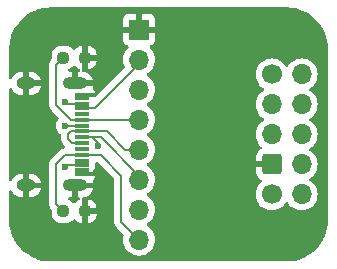
<source format=gbr>
%TF.GenerationSoftware,KiCad,Pcbnew,8.0.0-8.0.0-1~ubuntu22.04.1*%
%TF.CreationDate,2024-02-29T22:18:46-05:00*%
%TF.ProjectId,ezUSB,657a5553-422e-46b6-9963-61645f706362,rev?*%
%TF.SameCoordinates,Original*%
%TF.FileFunction,Copper,L1,Top*%
%TF.FilePolarity,Positive*%
%FSLAX46Y46*%
G04 Gerber Fmt 4.6, Leading zero omitted, Abs format (unit mm)*
G04 Created by KiCad (PCBNEW 8.0.0-8.0.0-1~ubuntu22.04.1) date 2024-02-29 22:18:46*
%MOMM*%
%LPD*%
G01*
G04 APERTURE LIST*
G04 Aperture macros list*
%AMRoundRect*
0 Rectangle with rounded corners*
0 $1 Rounding radius*
0 $2 $3 $4 $5 $6 $7 $8 $9 X,Y pos of 4 corners*
0 Add a 4 corners polygon primitive as box body*
4,1,4,$2,$3,$4,$5,$6,$7,$8,$9,$2,$3,0*
0 Add four circle primitives for the rounded corners*
1,1,$1+$1,$2,$3*
1,1,$1+$1,$4,$5*
1,1,$1+$1,$6,$7*
1,1,$1+$1,$8,$9*
0 Add four rect primitives between the rounded corners*
20,1,$1+$1,$2,$3,$4,$5,0*
20,1,$1+$1,$4,$5,$6,$7,0*
20,1,$1+$1,$6,$7,$8,$9,0*
20,1,$1+$1,$8,$9,$2,$3,0*%
G04 Aperture macros list end*
%TA.AperFunction,ComponentPad*%
%ADD10R,1.700000X1.700000*%
%TD*%
%TA.AperFunction,ComponentPad*%
%ADD11O,1.700000X1.700000*%
%TD*%
%TA.AperFunction,SMDPad,CuDef*%
%ADD12RoundRect,0.237500X-0.250000X-0.237500X0.250000X-0.237500X0.250000X0.237500X-0.250000X0.237500X0*%
%TD*%
%TA.AperFunction,SMDPad,CuDef*%
%ADD13R,1.150000X0.300000*%
%TD*%
%TA.AperFunction,ComponentPad*%
%ADD14O,2.100000X1.000000*%
%TD*%
%TA.AperFunction,ComponentPad*%
%ADD15O,1.600000X1.000000*%
%TD*%
%TA.AperFunction,ComponentPad*%
%ADD16C,1.700000*%
%TD*%
%TA.AperFunction,ComponentPad*%
%ADD17RoundRect,0.250000X-0.600000X-0.600000X0.600000X-0.600000X0.600000X0.600000X-0.600000X0.600000X0*%
%TD*%
%TA.AperFunction,ViaPad*%
%ADD18C,0.600000*%
%TD*%
%TA.AperFunction,Conductor*%
%ADD19C,0.200000*%
%TD*%
G04 APERTURE END LIST*
D10*
%TO.P,J4,1,Pin_1*%
%TO.N,GND*%
X73000000Y-76625000D03*
D11*
%TO.P,J4,2,Pin_2*%
%TO.N,Vcc*%
X73000000Y-79165000D03*
%TO.P,J4,3,Pin_3*%
%TO.N,unconnected-(J4-Pin_3-Pad3)*%
X73000000Y-81705000D03*
%TO.P,J4,4,Pin_4*%
%TO.N,CC1*%
X73000000Y-84245000D03*
%TO.P,J4,5,Pin_5*%
%TO.N,D-*%
X73000000Y-86785000D03*
%TO.P,J4,6,Pin_6*%
%TO.N,D+*%
X73000000Y-89325000D03*
%TO.P,J4,7,Pin_7*%
%TO.N,unconnected-(J4-Pin_7-Pad7)*%
X73000000Y-91865000D03*
%TO.P,J4,8,Pin_8*%
%TO.N,CC2*%
X73000000Y-94405000D03*
%TD*%
D12*
%TO.P,R2,1*%
%TO.N,CC2*%
X66587500Y-92000000D03*
%TO.P,R2,2*%
%TO.N,GND*%
X68412500Y-92000000D03*
%TD*%
D13*
%TO.P,J2,A1,GND*%
%TO.N,GND*%
X68170000Y-82150000D03*
%TO.P,J2,A4,VBUS*%
%TO.N,Vcc*%
X68170000Y-82950000D03*
%TO.P,J2,A5,CC1*%
%TO.N,CC1*%
X68170000Y-84250000D03*
%TO.P,J2,A6,D+*%
%TO.N,D-*%
X68170000Y-85250000D03*
%TO.P,J2,A7,D-*%
%TO.N,D+*%
X68170000Y-85750000D03*
%TO.P,J2,A8,SBU1*%
%TO.N,unconnected-(J2-SBU1-PadA8)*%
X68170000Y-86750000D03*
%TO.P,J2,A9,VBUS*%
%TO.N,Vcc*%
X68170000Y-88050000D03*
%TO.P,J2,A12,GND*%
%TO.N,GND*%
X68170000Y-88850000D03*
%TO.P,J2,B1,GND*%
X68170000Y-88550000D03*
%TO.P,J2,B4,VBUS*%
%TO.N,Vcc*%
X68170000Y-87750000D03*
%TO.P,J2,B5,CC2*%
%TO.N,CC2*%
X68170000Y-87250000D03*
%TO.P,J2,B6,D+*%
%TO.N,D-*%
X68170000Y-86250000D03*
%TO.P,J2,B7,D-*%
%TO.N,D+*%
X68170000Y-84750000D03*
%TO.P,J2,B8,SBU2*%
%TO.N,unconnected-(J2-SBU2-PadB8)*%
X68170000Y-83750000D03*
%TO.P,J2,B9,VBUS*%
%TO.N,Vcc*%
X68170000Y-83250000D03*
%TO.P,J2,B12,GND*%
%TO.N,GND*%
X68170000Y-82450000D03*
D14*
%TO.P,J2,S1,SHIELD*%
X67605000Y-81180000D03*
D15*
X63425000Y-81180000D03*
D14*
X67605000Y-89820000D03*
D15*
X63425000Y-89820000D03*
%TD*%
D12*
%TO.P,R1,1*%
%TO.N,CC1*%
X66587500Y-79000000D03*
%TO.P,R1,2*%
%TO.N,GND*%
X68412500Y-79000000D03*
%TD*%
D16*
%TO.P,J3,1,Pin_1*%
%TO.N,Vcc*%
X84225000Y-80415000D03*
D11*
%TO.P,J3,2,Pin_2*%
%TO.N,unconnected-(J3-Pin_2-Pad2)*%
X86765000Y-80415000D03*
%TO.P,J3,3,Pin_3*%
%TO.N,D-*%
X84225000Y-82955000D03*
%TO.P,J3,4,Pin_4*%
%TO.N,unconnected-(J3-Pin_4-Pad4)*%
X86765000Y-82955000D03*
%TO.P,J3,5,Pin_5*%
%TO.N,D+*%
X84225000Y-85495000D03*
%TO.P,J3,6,Pin_6*%
%TO.N,unconnected-(J3-Pin_6-Pad6)*%
X86765000Y-85495000D03*
D17*
%TO.P,J3,7,Pin_7*%
%TO.N,GND*%
X84225000Y-88035000D03*
D11*
%TO.P,J3,8,Pin_8*%
%TO.N,unconnected-(J3-Pin_8-Pad8)*%
X86765000Y-88035000D03*
D16*
%TO.P,J3,9,Pin_9*%
%TO.N,unconnected-(J3-Pin_9-Pad9)*%
X84225000Y-90575000D03*
D11*
%TO.P,J3,10,Pin_10*%
%TO.N,unconnected-(J3-Pin_10-Pad10)*%
X86765000Y-90575000D03*
%TD*%
D18*
%TO.N,GND*%
X81000000Y-86750000D03*
X81000000Y-84250000D03*
X81000000Y-81750000D03*
%TO.N,Vcc*%
X66750000Y-88250000D03*
X66750000Y-82750000D03*
%TO.N,D+*%
X66750000Y-84750000D03*
X69500000Y-86500000D03*
%TD*%
D19*
%TO.N,Vcc*%
X68170000Y-82950000D02*
X66950000Y-82950000D01*
X68170000Y-87899998D02*
X68170000Y-88050000D01*
X68170000Y-88050000D02*
X68170000Y-87750000D01*
X69250000Y-83250000D02*
X68170000Y-83250000D01*
X66950000Y-82950000D02*
X66750000Y-82750000D01*
X73000000Y-79500000D02*
X69250000Y-83250000D01*
X66750000Y-88250000D02*
X66950000Y-88050000D01*
X66950000Y-88050000D02*
X68170000Y-88050000D01*
X73000000Y-79165000D02*
X73000000Y-79500000D01*
%TO.N,D-*%
X67000000Y-85905000D02*
X67000000Y-85500000D01*
X67000000Y-85500000D02*
X67250000Y-85250000D01*
X67345000Y-86250000D02*
X67000000Y-85905000D01*
X71785000Y-86785000D02*
X70250000Y-85250000D01*
X67250000Y-85250000D02*
X68170000Y-85250000D01*
X70250000Y-85250000D02*
X68170000Y-85250000D01*
X68170000Y-86250000D02*
X67345000Y-86250000D01*
X73000000Y-86785000D02*
X71785000Y-86785000D01*
%TO.N,CC1*%
X66000000Y-79587500D02*
X66000000Y-83000000D01*
X66000000Y-83000000D02*
X67250000Y-84250000D01*
X73000000Y-84245000D02*
X68175000Y-84245000D01*
X67250000Y-84250000D02*
X68170000Y-84250000D01*
X68175000Y-84245000D02*
X68170000Y-84250000D01*
X66587500Y-79000000D02*
X66000000Y-79587500D01*
%TO.N,CC2*%
X73000000Y-94405000D02*
X71500000Y-92905000D01*
X66587500Y-92000000D02*
X66000000Y-91412500D01*
X66000000Y-91412500D02*
X66000000Y-88000000D01*
X69750000Y-87250000D02*
X68170000Y-87250000D01*
X66750000Y-87250000D02*
X68170000Y-87250000D01*
X71500000Y-89000000D02*
X69750000Y-87250000D01*
X66000000Y-88000000D02*
X66750000Y-87250000D01*
X71500000Y-92905000D02*
X71500000Y-89000000D01*
%TO.N,D+*%
X73000000Y-89325000D02*
X73000000Y-89000000D01*
X68995000Y-85750000D02*
X68170000Y-85750000D01*
X68170000Y-84750000D02*
X66750000Y-84750000D01*
X69750000Y-85750000D02*
X68170000Y-85750000D01*
X69500000Y-86255000D02*
X68995000Y-85750000D01*
X69500000Y-86500000D02*
X69500000Y-86255000D01*
X73000000Y-89000000D02*
X69750000Y-85750000D01*
%TD*%
%TA.AperFunction,Conductor*%
%TO.N,GND*%
G36*
X67855000Y-90820000D02*
G01*
X67893713Y-90820000D01*
X67960752Y-90839685D01*
X68006507Y-90892489D01*
X68016451Y-90961647D01*
X67987426Y-91025203D01*
X67932717Y-91061706D01*
X67848699Y-91089546D01*
X67848688Y-91089551D01*
X67701965Y-91180052D01*
X67588034Y-91293983D01*
X67526711Y-91327467D01*
X67457019Y-91322483D01*
X67412672Y-91293982D01*
X67298351Y-91179661D01*
X67298350Y-91179660D01*
X67207129Y-91123395D01*
X67151518Y-91089093D01*
X67151513Y-91089091D01*
X67150070Y-91088612D01*
X67068869Y-91061705D01*
X67011425Y-91021933D01*
X66984602Y-90957417D01*
X66996917Y-90888641D01*
X67044460Y-90837442D01*
X67107874Y-90820000D01*
X67355000Y-90820000D01*
X67355000Y-90120000D01*
X67855000Y-90120000D01*
X67855000Y-90820000D01*
G37*
%TD.AperFunction*%
%TA.AperFunction,Conductor*%
G36*
X67543686Y-79677516D02*
G01*
X67588034Y-79706017D01*
X67701961Y-79819944D01*
X67701965Y-79819947D01*
X67848688Y-79910448D01*
X67848699Y-79910453D01*
X67932717Y-79938294D01*
X67990162Y-79978067D01*
X68016985Y-80042582D01*
X68004670Y-80111358D01*
X67957127Y-80162558D01*
X67893713Y-80180000D01*
X67855000Y-80180000D01*
X67855000Y-80880000D01*
X67355000Y-80880000D01*
X67355000Y-80180000D01*
X67107875Y-80180000D01*
X67040836Y-80160315D01*
X66995081Y-80107511D01*
X66985137Y-80038353D01*
X67014162Y-79974797D01*
X67068869Y-79938294D01*
X67151516Y-79910908D01*
X67298350Y-79820340D01*
X67412675Y-79706014D01*
X67473994Y-79672532D01*
X67543686Y-79677516D01*
G37*
%TD.AperFunction*%
%TA.AperFunction,Conductor*%
G36*
X85503032Y-74750648D02*
G01*
X85836929Y-74767052D01*
X85849037Y-74768245D01*
X85952146Y-74783539D01*
X86176699Y-74816849D01*
X86188617Y-74819219D01*
X86509951Y-74899709D01*
X86521588Y-74903240D01*
X86592806Y-74928722D01*
X86833467Y-75014832D01*
X86844688Y-75019479D01*
X87144163Y-75161120D01*
X87154871Y-75166844D01*
X87438988Y-75337137D01*
X87449103Y-75343895D01*
X87703964Y-75532913D01*
X87715170Y-75541224D01*
X87724576Y-75548944D01*
X87970013Y-75771395D01*
X87978604Y-75779986D01*
X88165755Y-75986475D01*
X88201055Y-76025423D01*
X88208775Y-76034829D01*
X88406102Y-76300893D01*
X88412862Y-76311011D01*
X88541776Y-76526092D01*
X88583148Y-76595116D01*
X88588883Y-76605844D01*
X88716184Y-76875000D01*
X88730514Y-76905297D01*
X88735170Y-76916540D01*
X88846759Y-77228411D01*
X88850292Y-77240055D01*
X88930777Y-77561369D01*
X88933151Y-77573305D01*
X88981754Y-77900962D01*
X88982947Y-77913071D01*
X88999351Y-78246966D01*
X88999500Y-78253051D01*
X88999500Y-92746948D01*
X88999351Y-92753033D01*
X88982947Y-93086928D01*
X88981754Y-93099037D01*
X88933151Y-93426694D01*
X88930777Y-93438630D01*
X88850292Y-93759944D01*
X88846759Y-93771588D01*
X88735170Y-94083459D01*
X88730514Y-94094702D01*
X88588885Y-94394151D01*
X88583148Y-94404883D01*
X88412862Y-94688988D01*
X88406102Y-94699106D01*
X88208775Y-94965170D01*
X88201055Y-94974576D01*
X87978611Y-95220006D01*
X87970006Y-95228611D01*
X87724576Y-95451055D01*
X87715170Y-95458775D01*
X87449106Y-95656102D01*
X87438988Y-95662862D01*
X87154883Y-95833148D01*
X87144151Y-95838885D01*
X86844702Y-95980514D01*
X86833459Y-95985170D01*
X86521588Y-96096759D01*
X86509944Y-96100292D01*
X86188630Y-96180777D01*
X86176694Y-96183151D01*
X85849037Y-96231754D01*
X85836928Y-96232947D01*
X85521989Y-96248419D01*
X85503031Y-96249351D01*
X85496949Y-96249500D01*
X65503051Y-96249500D01*
X65496968Y-96249351D01*
X65476900Y-96248365D01*
X65163071Y-96232947D01*
X65150962Y-96231754D01*
X64823305Y-96183151D01*
X64811369Y-96180777D01*
X64490055Y-96100292D01*
X64478411Y-96096759D01*
X64166540Y-95985170D01*
X64155301Y-95980515D01*
X63855844Y-95838883D01*
X63845121Y-95833150D01*
X63561011Y-95662862D01*
X63550893Y-95656102D01*
X63284829Y-95458775D01*
X63275423Y-95451055D01*
X63236475Y-95415755D01*
X63029986Y-95228604D01*
X63021395Y-95220013D01*
X62798944Y-94974576D01*
X62791224Y-94965170D01*
X62719649Y-94868663D01*
X62593895Y-94699103D01*
X62587137Y-94688988D01*
X62416844Y-94404871D01*
X62411120Y-94394163D01*
X62269479Y-94094688D01*
X62264829Y-94083459D01*
X62249723Y-94041241D01*
X62153240Y-93771588D01*
X62149707Y-93759944D01*
X62141498Y-93727171D01*
X62069219Y-93438617D01*
X62066848Y-93426694D01*
X62061788Y-93392585D01*
X62023844Y-93136785D01*
X62018245Y-93099037D01*
X62017052Y-93086927D01*
X62011046Y-92964680D01*
X62000649Y-92753032D01*
X62000500Y-92746948D01*
X62000500Y-91491554D01*
X65399498Y-91491554D01*
X65440423Y-91644285D01*
X65469358Y-91694400D01*
X65469359Y-91694404D01*
X65469360Y-91694404D01*
X65519479Y-91781214D01*
X65519481Y-91781217D01*
X65563181Y-91824917D01*
X65596666Y-91886240D01*
X65599500Y-91912598D01*
X65599500Y-92286669D01*
X65599501Y-92286687D01*
X65609825Y-92387752D01*
X65646109Y-92497249D01*
X65664092Y-92551516D01*
X65754660Y-92698350D01*
X65876650Y-92820340D01*
X66023484Y-92910908D01*
X66187247Y-92965174D01*
X66288323Y-92975500D01*
X66886676Y-92975499D01*
X66886684Y-92975498D01*
X66886687Y-92975498D01*
X66942030Y-92969844D01*
X66987753Y-92965174D01*
X67151516Y-92910908D01*
X67298350Y-92820340D01*
X67412675Y-92706014D01*
X67473994Y-92672532D01*
X67543686Y-92677516D01*
X67588034Y-92706017D01*
X67701961Y-92819944D01*
X67701965Y-92819947D01*
X67848688Y-92910448D01*
X67848699Y-92910453D01*
X68012347Y-92964680D01*
X68113351Y-92974999D01*
X68162499Y-92974998D01*
X68162500Y-92974998D01*
X68162500Y-92250000D01*
X68662500Y-92250000D01*
X68662500Y-92974999D01*
X68711640Y-92974999D01*
X68711654Y-92974998D01*
X68812652Y-92964680D01*
X68976300Y-92910453D01*
X68976311Y-92910448D01*
X69123034Y-92819947D01*
X69123038Y-92819944D01*
X69244944Y-92698038D01*
X69244947Y-92698034D01*
X69335448Y-92551311D01*
X69335453Y-92551300D01*
X69389680Y-92387652D01*
X69399999Y-92286654D01*
X69400000Y-92286641D01*
X69400000Y-92250000D01*
X68662500Y-92250000D01*
X68162500Y-92250000D01*
X68162500Y-91025000D01*
X68662500Y-91025000D01*
X68662500Y-91750000D01*
X69399999Y-91750000D01*
X69399999Y-91713360D01*
X69399998Y-91713345D01*
X69389680Y-91612347D01*
X69335453Y-91448699D01*
X69335448Y-91448688D01*
X69244947Y-91301965D01*
X69244944Y-91301961D01*
X69123038Y-91180055D01*
X69123034Y-91180052D01*
X68976311Y-91089551D01*
X68976300Y-91089546D01*
X68812652Y-91035319D01*
X68711654Y-91025000D01*
X68662500Y-91025000D01*
X68162500Y-91025000D01*
X68162500Y-91019443D01*
X68135697Y-90970358D01*
X68140681Y-90900666D01*
X68182553Y-90844733D01*
X68248017Y-90820316D01*
X68251573Y-90820188D01*
X68253495Y-90819999D01*
X68446681Y-90781572D01*
X68446693Y-90781569D01*
X68628671Y-90706192D01*
X68628684Y-90706185D01*
X68792462Y-90596751D01*
X68792466Y-90596748D01*
X68931748Y-90457466D01*
X68931751Y-90457462D01*
X69041185Y-90293684D01*
X69041192Y-90293671D01*
X69116569Y-90111692D01*
X69116569Y-90111690D01*
X69124862Y-90070000D01*
X68321988Y-90070000D01*
X68339205Y-90060060D01*
X68395060Y-90004205D01*
X68434556Y-89935796D01*
X68455000Y-89859496D01*
X68455000Y-89780504D01*
X68434556Y-89704204D01*
X68395060Y-89635795D01*
X68339205Y-89579940D01*
X68321988Y-89570000D01*
X69124862Y-89570000D01*
X69116570Y-89528310D01*
X69092837Y-89471015D01*
X69085368Y-89401545D01*
X69108132Y-89349249D01*
X69188352Y-89242089D01*
X69188354Y-89242086D01*
X69238596Y-89107379D01*
X69238598Y-89107372D01*
X69244999Y-89047844D01*
X69245000Y-89047827D01*
X69245000Y-89000000D01*
X68144000Y-89000000D01*
X68076961Y-88980315D01*
X68031206Y-88927511D01*
X68020000Y-88876000D01*
X68020000Y-88824499D01*
X68039685Y-88757460D01*
X68092489Y-88711705D01*
X68143997Y-88700499D01*
X68792872Y-88700499D01*
X68792873Y-88700498D01*
X68792887Y-88700498D01*
X68797511Y-88700001D01*
X68797514Y-88700000D01*
X68852483Y-88694091D01*
X68978282Y-88647171D01*
X68987331Y-88643796D01*
X69102546Y-88557546D01*
X69180361Y-88453599D01*
X69183289Y-88449688D01*
X69231105Y-88413894D01*
X69245000Y-88400000D01*
X69245000Y-88352182D01*
X69244999Y-88352164D01*
X69241068Y-88315602D01*
X69241068Y-88289094D01*
X69245500Y-88247873D01*
X69245499Y-87974499D01*
X69265183Y-87907461D01*
X69317987Y-87861706D01*
X69369499Y-87850500D01*
X69449903Y-87850500D01*
X69516942Y-87870185D01*
X69537584Y-87886819D01*
X70863181Y-89212416D01*
X70896666Y-89273739D01*
X70899500Y-89300097D01*
X70899500Y-92818330D01*
X70899499Y-92818348D01*
X70899499Y-92984054D01*
X70899498Y-92984054D01*
X70927063Y-93086927D01*
X70940423Y-93136785D01*
X70966527Y-93181998D01*
X70969358Y-93186900D01*
X70969359Y-93186904D01*
X70969360Y-93186904D01*
X71019479Y-93273714D01*
X71019481Y-93273717D01*
X71138349Y-93392585D01*
X71138355Y-93392590D01*
X71667233Y-93921468D01*
X71700718Y-93982791D01*
X71699327Y-94041241D01*
X71664939Y-94169583D01*
X71664936Y-94169596D01*
X71644341Y-94404999D01*
X71644341Y-94405000D01*
X71664936Y-94640403D01*
X71664938Y-94640413D01*
X71726094Y-94868655D01*
X71726096Y-94868659D01*
X71726097Y-94868663D01*
X71771099Y-94965170D01*
X71825965Y-95082830D01*
X71825967Y-95082834D01*
X71887297Y-95170421D01*
X71961505Y-95276401D01*
X72128599Y-95443495D01*
X72198358Y-95492341D01*
X72322165Y-95579032D01*
X72322167Y-95579033D01*
X72322170Y-95579035D01*
X72536337Y-95678903D01*
X72764592Y-95740063D01*
X72952918Y-95756539D01*
X72999999Y-95760659D01*
X73000000Y-95760659D01*
X73000001Y-95760659D01*
X73039234Y-95757226D01*
X73235408Y-95740063D01*
X73463663Y-95678903D01*
X73677830Y-95579035D01*
X73871401Y-95443495D01*
X74038495Y-95276401D01*
X74174035Y-95082830D01*
X74273903Y-94868663D01*
X74335063Y-94640408D01*
X74355659Y-94405000D01*
X74335063Y-94169592D01*
X74273903Y-93941337D01*
X74174035Y-93727171D01*
X74172526Y-93725015D01*
X74038494Y-93533597D01*
X73871402Y-93366506D01*
X73871396Y-93366501D01*
X73685842Y-93236575D01*
X73642217Y-93181998D01*
X73635023Y-93112500D01*
X73666546Y-93050145D01*
X73685842Y-93033425D01*
X73708026Y-93017891D01*
X73871401Y-92903495D01*
X74038495Y-92736401D01*
X74174035Y-92542830D01*
X74273903Y-92328663D01*
X74335063Y-92100408D01*
X74355659Y-91865000D01*
X74354250Y-91848901D01*
X74348329Y-91781216D01*
X74335063Y-91629592D01*
X74273903Y-91401337D01*
X74174035Y-91187171D01*
X74169053Y-91180055D01*
X74038494Y-90993597D01*
X73871402Y-90826506D01*
X73871396Y-90826501D01*
X73685842Y-90696575D01*
X73642217Y-90641998D01*
X73635282Y-90575000D01*
X82869341Y-90575000D01*
X82889936Y-90810403D01*
X82889938Y-90810413D01*
X82951094Y-91038655D01*
X82951096Y-91038659D01*
X82951097Y-91038663D01*
X83020347Y-91187169D01*
X83050965Y-91252830D01*
X83050967Y-91252834D01*
X83154949Y-91401335D01*
X83186505Y-91446401D01*
X83353599Y-91613495D01*
X83376588Y-91629592D01*
X83547165Y-91749032D01*
X83547167Y-91749033D01*
X83547170Y-91749035D01*
X83761337Y-91848903D01*
X83989592Y-91910063D01*
X84177918Y-91926539D01*
X84224999Y-91930659D01*
X84225000Y-91930659D01*
X84225001Y-91930659D01*
X84264234Y-91927226D01*
X84460408Y-91910063D01*
X84688663Y-91848903D01*
X84902830Y-91749035D01*
X85096401Y-91613495D01*
X85263495Y-91446401D01*
X85393425Y-91260842D01*
X85448002Y-91217217D01*
X85517500Y-91210023D01*
X85579855Y-91241546D01*
X85596575Y-91260842D01*
X85726500Y-91446395D01*
X85726505Y-91446401D01*
X85893599Y-91613495D01*
X85916588Y-91629592D01*
X86087165Y-91749032D01*
X86087167Y-91749033D01*
X86087170Y-91749035D01*
X86301337Y-91848903D01*
X86529592Y-91910063D01*
X86717918Y-91926539D01*
X86764999Y-91930659D01*
X86765000Y-91930659D01*
X86765001Y-91930659D01*
X86804234Y-91927226D01*
X87000408Y-91910063D01*
X87228663Y-91848903D01*
X87442830Y-91749035D01*
X87636401Y-91613495D01*
X87803495Y-91446401D01*
X87939035Y-91252830D01*
X88038903Y-91038663D01*
X88100063Y-90810408D01*
X88120659Y-90575000D01*
X88100063Y-90339592D01*
X88038903Y-90111337D01*
X87939035Y-89897171D01*
X87933425Y-89889158D01*
X87803494Y-89703597D01*
X87636402Y-89536506D01*
X87636396Y-89536501D01*
X87450842Y-89406575D01*
X87407217Y-89351998D01*
X87400023Y-89282500D01*
X87431546Y-89220145D01*
X87450842Y-89203425D01*
X87480679Y-89182533D01*
X87636401Y-89073495D01*
X87803495Y-88906401D01*
X87939035Y-88712830D01*
X88038903Y-88498663D01*
X88100063Y-88270408D01*
X88120659Y-88035000D01*
X88100063Y-87799592D01*
X88038903Y-87571337D01*
X87939035Y-87357171D01*
X87886617Y-87282309D01*
X87803494Y-87163597D01*
X87636402Y-86996506D01*
X87636396Y-86996501D01*
X87450842Y-86866575D01*
X87407217Y-86811998D01*
X87400023Y-86742500D01*
X87431546Y-86680145D01*
X87450842Y-86663425D01*
X87488331Y-86637175D01*
X87636401Y-86533495D01*
X87803495Y-86366401D01*
X87939035Y-86172830D01*
X88038903Y-85958663D01*
X88100063Y-85730408D01*
X88120659Y-85495000D01*
X88100063Y-85259592D01*
X88038903Y-85031337D01*
X87939035Y-84817171D01*
X87933425Y-84809158D01*
X87803494Y-84623597D01*
X87636402Y-84456506D01*
X87636396Y-84456501D01*
X87450842Y-84326575D01*
X87407217Y-84271998D01*
X87400023Y-84202500D01*
X87431546Y-84140145D01*
X87450842Y-84123425D01*
X87509689Y-84082220D01*
X87636401Y-83993495D01*
X87803495Y-83826401D01*
X87939035Y-83632830D01*
X88038903Y-83418663D01*
X88100063Y-83190408D01*
X88120659Y-82955000D01*
X88100063Y-82719592D01*
X88038903Y-82491337D01*
X87939035Y-82277171D01*
X87933425Y-82269158D01*
X87803494Y-82083597D01*
X87636402Y-81916506D01*
X87636396Y-81916501D01*
X87450842Y-81786575D01*
X87407217Y-81731998D01*
X87400023Y-81662500D01*
X87431546Y-81600145D01*
X87450842Y-81583425D01*
X87473026Y-81567891D01*
X87636401Y-81453495D01*
X87803495Y-81286401D01*
X87939035Y-81092830D01*
X88038903Y-80878663D01*
X88100063Y-80650408D01*
X88120659Y-80415000D01*
X88100063Y-80179592D01*
X88038903Y-79951337D01*
X87939035Y-79737171D01*
X87933425Y-79729158D01*
X87803494Y-79543597D01*
X87636402Y-79376506D01*
X87636395Y-79376501D01*
X87442834Y-79240967D01*
X87442830Y-79240965D01*
X87395256Y-79218781D01*
X87228663Y-79141097D01*
X87228659Y-79141096D01*
X87228655Y-79141094D01*
X87000413Y-79079938D01*
X87000403Y-79079936D01*
X86765001Y-79059341D01*
X86764999Y-79059341D01*
X86529596Y-79079936D01*
X86529586Y-79079938D01*
X86301344Y-79141094D01*
X86301335Y-79141098D01*
X86087171Y-79240964D01*
X86087169Y-79240965D01*
X85893597Y-79376505D01*
X85726505Y-79543597D01*
X85596575Y-79729158D01*
X85541998Y-79772783D01*
X85472500Y-79779977D01*
X85410145Y-79748454D01*
X85393425Y-79729158D01*
X85263494Y-79543597D01*
X85096402Y-79376506D01*
X85096395Y-79376501D01*
X84902834Y-79240967D01*
X84902830Y-79240965D01*
X84855256Y-79218781D01*
X84688663Y-79141097D01*
X84688659Y-79141096D01*
X84688655Y-79141094D01*
X84460413Y-79079938D01*
X84460403Y-79079936D01*
X84225001Y-79059341D01*
X84224999Y-79059341D01*
X83989596Y-79079936D01*
X83989586Y-79079938D01*
X83761344Y-79141094D01*
X83761335Y-79141098D01*
X83547171Y-79240964D01*
X83547169Y-79240965D01*
X83353597Y-79376505D01*
X83186505Y-79543597D01*
X83050965Y-79737169D01*
X83050964Y-79737171D01*
X82951098Y-79951335D01*
X82951094Y-79951344D01*
X82889938Y-80179586D01*
X82889936Y-80179596D01*
X82869341Y-80414999D01*
X82869341Y-80415000D01*
X82889936Y-80650403D01*
X82889938Y-80650413D01*
X82951094Y-80878655D01*
X82951096Y-80878659D01*
X82951097Y-80878663D01*
X83045703Y-81081546D01*
X83050965Y-81092830D01*
X83050967Y-81092834D01*
X83154949Y-81241335D01*
X83186501Y-81286396D01*
X83186506Y-81286402D01*
X83353597Y-81453493D01*
X83353603Y-81453498D01*
X83539158Y-81583425D01*
X83582783Y-81638002D01*
X83589977Y-81707500D01*
X83558454Y-81769855D01*
X83539158Y-81786575D01*
X83353597Y-81916505D01*
X83186505Y-82083597D01*
X83050965Y-82277169D01*
X83050964Y-82277171D01*
X82951098Y-82491335D01*
X82951094Y-82491344D01*
X82889938Y-82719586D01*
X82889936Y-82719596D01*
X82869341Y-82954999D01*
X82869341Y-82955000D01*
X82889936Y-83190403D01*
X82889938Y-83190413D01*
X82951094Y-83418655D01*
X82951096Y-83418659D01*
X82951097Y-83418663D01*
X83022605Y-83572011D01*
X83050965Y-83632830D01*
X83050967Y-83632834D01*
X83059136Y-83644500D01*
X83186501Y-83826396D01*
X83186506Y-83826402D01*
X83353597Y-83993493D01*
X83353603Y-83993498D01*
X83539158Y-84123425D01*
X83582783Y-84178002D01*
X83589977Y-84247500D01*
X83558454Y-84309855D01*
X83539158Y-84326575D01*
X83353597Y-84456505D01*
X83186505Y-84623597D01*
X83050965Y-84817169D01*
X83050964Y-84817171D01*
X82951098Y-85031335D01*
X82951094Y-85031344D01*
X82889938Y-85259586D01*
X82889936Y-85259596D01*
X82869341Y-85494999D01*
X82869341Y-85495000D01*
X82889936Y-85730403D01*
X82889938Y-85730413D01*
X82951094Y-85958655D01*
X82951096Y-85958659D01*
X82951097Y-85958663D01*
X83050965Y-86172830D01*
X83186501Y-86366396D01*
X83186506Y-86366402D01*
X83353597Y-86533493D01*
X83355419Y-86535022D01*
X83356001Y-86535897D01*
X83357427Y-86537323D01*
X83357140Y-86537609D01*
X83394119Y-86593195D01*
X83395224Y-86663056D01*
X83358384Y-86722424D01*
X83314719Y-86747712D01*
X83305883Y-86750640D01*
X83305875Y-86750643D01*
X83156654Y-86842684D01*
X83032684Y-86966654D01*
X82940643Y-87115875D01*
X82940641Y-87115880D01*
X82885494Y-87282302D01*
X82885493Y-87282309D01*
X82875000Y-87385013D01*
X82875000Y-87785000D01*
X83791988Y-87785000D01*
X83759075Y-87842007D01*
X83725000Y-87969174D01*
X83725000Y-88100826D01*
X83759075Y-88227993D01*
X83791988Y-88285000D01*
X82875001Y-88285000D01*
X82875001Y-88684986D01*
X82885494Y-88787697D01*
X82940641Y-88954119D01*
X82940643Y-88954124D01*
X83032684Y-89103345D01*
X83156654Y-89227315D01*
X83305875Y-89319356D01*
X83305882Y-89319359D01*
X83314712Y-89322285D01*
X83372157Y-89362057D01*
X83398981Y-89426572D01*
X83386667Y-89495348D01*
X83357318Y-89532567D01*
X83357427Y-89532676D01*
X83356511Y-89533591D01*
X83355419Y-89534977D01*
X83353597Y-89536505D01*
X83186505Y-89703597D01*
X83050965Y-89897169D01*
X83050964Y-89897171D01*
X82951098Y-90111335D01*
X82951094Y-90111344D01*
X82889938Y-90339586D01*
X82889936Y-90339596D01*
X82869341Y-90574999D01*
X82869341Y-90575000D01*
X73635282Y-90575000D01*
X73635023Y-90572500D01*
X73666546Y-90510145D01*
X73685842Y-90493425D01*
X73737202Y-90457462D01*
X73871401Y-90363495D01*
X74038495Y-90196401D01*
X74174035Y-90002830D01*
X74273903Y-89788663D01*
X74335063Y-89560408D01*
X74355659Y-89325000D01*
X74355421Y-89322285D01*
X74349797Y-89258002D01*
X74335063Y-89089592D01*
X74273903Y-88861337D01*
X74174035Y-88647171D01*
X74111280Y-88557546D01*
X74038494Y-88453597D01*
X73871402Y-88286506D01*
X73871396Y-88286501D01*
X73685842Y-88156575D01*
X73642217Y-88101998D01*
X73635023Y-88032500D01*
X73666546Y-87970145D01*
X73685842Y-87953425D01*
X73780965Y-87886819D01*
X73871401Y-87823495D01*
X74038495Y-87656401D01*
X74174035Y-87462830D01*
X74273903Y-87248663D01*
X74335063Y-87020408D01*
X74355659Y-86785000D01*
X74335063Y-86549592D01*
X74273903Y-86321337D01*
X74174035Y-86107171D01*
X74071098Y-85960160D01*
X74038494Y-85913597D01*
X73871402Y-85746506D01*
X73871396Y-85746501D01*
X73685842Y-85616575D01*
X73642217Y-85561998D01*
X73635023Y-85492500D01*
X73666546Y-85430145D01*
X73685842Y-85413425D01*
X73733842Y-85379815D01*
X73871401Y-85283495D01*
X74038495Y-85116401D01*
X74174035Y-84922830D01*
X74273903Y-84708663D01*
X74335063Y-84480408D01*
X74355659Y-84245000D01*
X74335063Y-84009592D01*
X74273903Y-83781337D01*
X74174035Y-83567171D01*
X74174034Y-83567169D01*
X74038494Y-83373597D01*
X73871402Y-83206506D01*
X73871396Y-83206501D01*
X73685842Y-83076575D01*
X73642217Y-83021998D01*
X73635023Y-82952500D01*
X73666546Y-82890145D01*
X73685842Y-82873425D01*
X73708026Y-82857891D01*
X73871401Y-82743495D01*
X74038495Y-82576401D01*
X74174035Y-82382830D01*
X74273903Y-82168663D01*
X74335063Y-81940408D01*
X74355659Y-81705000D01*
X74335063Y-81469592D01*
X74273903Y-81241337D01*
X74174035Y-81027171D01*
X74152066Y-80995795D01*
X74038494Y-80833597D01*
X73871402Y-80666506D01*
X73871396Y-80666501D01*
X73685842Y-80536575D01*
X73642217Y-80481998D01*
X73635023Y-80412500D01*
X73666546Y-80350145D01*
X73685842Y-80333425D01*
X73742422Y-80293807D01*
X73871401Y-80203495D01*
X74038495Y-80036401D01*
X74174035Y-79842830D01*
X74273903Y-79628663D01*
X74335063Y-79400408D01*
X74355659Y-79165000D01*
X74335063Y-78929592D01*
X74277125Y-78713360D01*
X74273905Y-78701344D01*
X74273904Y-78701343D01*
X74273903Y-78701337D01*
X74174035Y-78487171D01*
X74146946Y-78448484D01*
X74038496Y-78293600D01*
X73991862Y-78246966D01*
X73916179Y-78171283D01*
X73882696Y-78109963D01*
X73887680Y-78040271D01*
X73929551Y-77984337D01*
X73960529Y-77967422D01*
X74092086Y-77918354D01*
X74092093Y-77918350D01*
X74207187Y-77832190D01*
X74207190Y-77832187D01*
X74293350Y-77717093D01*
X74293354Y-77717086D01*
X74343596Y-77582379D01*
X74343598Y-77582372D01*
X74349999Y-77522844D01*
X74350000Y-77522827D01*
X74350000Y-76875000D01*
X73433012Y-76875000D01*
X73465925Y-76817993D01*
X73500000Y-76690826D01*
X73500000Y-76559174D01*
X73465925Y-76432007D01*
X73433012Y-76375000D01*
X74350000Y-76375000D01*
X74350000Y-75727172D01*
X74349999Y-75727155D01*
X74343598Y-75667627D01*
X74343596Y-75667620D01*
X74293354Y-75532913D01*
X74293350Y-75532906D01*
X74207190Y-75417812D01*
X74207187Y-75417809D01*
X74092093Y-75331649D01*
X74092086Y-75331645D01*
X73957379Y-75281403D01*
X73957372Y-75281401D01*
X73897844Y-75275000D01*
X73250000Y-75275000D01*
X73250000Y-76191988D01*
X73192993Y-76159075D01*
X73065826Y-76125000D01*
X72934174Y-76125000D01*
X72807007Y-76159075D01*
X72750000Y-76191988D01*
X72750000Y-75275000D01*
X72102155Y-75275000D01*
X72042627Y-75281401D01*
X72042620Y-75281403D01*
X71907913Y-75331645D01*
X71907906Y-75331649D01*
X71792812Y-75417809D01*
X71792809Y-75417812D01*
X71706649Y-75532906D01*
X71706645Y-75532913D01*
X71656403Y-75667620D01*
X71656401Y-75667627D01*
X71650000Y-75727155D01*
X71650000Y-76375000D01*
X72566988Y-76375000D01*
X72534075Y-76432007D01*
X72500000Y-76559174D01*
X72500000Y-76690826D01*
X72534075Y-76817993D01*
X72566988Y-76875000D01*
X71650000Y-76875000D01*
X71650000Y-77522844D01*
X71656401Y-77582372D01*
X71656403Y-77582379D01*
X71706645Y-77717086D01*
X71706649Y-77717093D01*
X71792809Y-77832187D01*
X71792812Y-77832190D01*
X71907906Y-77918350D01*
X71907913Y-77918354D01*
X72039470Y-77967421D01*
X72095403Y-78009292D01*
X72119821Y-78074756D01*
X72104970Y-78143029D01*
X72083819Y-78171284D01*
X71961503Y-78293600D01*
X71825965Y-78487169D01*
X71825964Y-78487171D01*
X71726098Y-78701335D01*
X71726094Y-78701344D01*
X71664938Y-78929586D01*
X71664936Y-78929596D01*
X71644341Y-79164999D01*
X71644341Y-79165000D01*
X71664936Y-79400403D01*
X71664938Y-79400413D01*
X71726094Y-79628655D01*
X71726099Y-79628669D01*
X71783536Y-79751843D01*
X71794028Y-79820920D01*
X71765508Y-79884704D01*
X71758835Y-79891928D01*
X69385563Y-82265201D01*
X69324240Y-82298686D01*
X69296362Y-82296692D01*
X69296362Y-82300000D01*
X68804167Y-82300000D01*
X68796188Y-82299572D01*
X68796183Y-82299678D01*
X68792879Y-82299500D01*
X68792873Y-82299500D01*
X68792866Y-82299500D01*
X68144000Y-82299500D01*
X68076961Y-82279815D01*
X68031206Y-82227011D01*
X68020000Y-82175500D01*
X68020000Y-82124000D01*
X68039685Y-82056961D01*
X68092489Y-82011206D01*
X68144000Y-82000000D01*
X69245000Y-82000000D01*
X69245000Y-81952172D01*
X69244999Y-81952155D01*
X69238598Y-81892627D01*
X69238596Y-81892620D01*
X69188354Y-81757913D01*
X69188350Y-81757906D01*
X69108132Y-81650749D01*
X69083714Y-81585285D01*
X69092838Y-81528984D01*
X69116568Y-81471696D01*
X69116569Y-81471691D01*
X69124862Y-81430000D01*
X68321988Y-81430000D01*
X68339205Y-81420060D01*
X68395060Y-81364205D01*
X68434556Y-81295796D01*
X68455000Y-81219496D01*
X68455000Y-81140504D01*
X68434556Y-81064204D01*
X68395060Y-80995795D01*
X68339205Y-80939940D01*
X68321988Y-80930000D01*
X69124862Y-80930000D01*
X69116569Y-80888309D01*
X69116569Y-80888307D01*
X69041192Y-80706328D01*
X69041185Y-80706315D01*
X68931751Y-80542537D01*
X68931748Y-80542533D01*
X68792466Y-80403251D01*
X68792462Y-80403248D01*
X68628684Y-80293814D01*
X68628671Y-80293807D01*
X68446693Y-80218430D01*
X68446681Y-80218427D01*
X68253495Y-80180000D01*
X68247430Y-80179403D01*
X68247637Y-80177291D01*
X68189822Y-80160315D01*
X68144067Y-80107511D01*
X68134123Y-80038353D01*
X68162500Y-79976215D01*
X68162500Y-79250000D01*
X68662500Y-79250000D01*
X68662500Y-79974999D01*
X68711640Y-79974999D01*
X68711654Y-79974998D01*
X68812652Y-79964680D01*
X68976300Y-79910453D01*
X68976311Y-79910448D01*
X69123034Y-79819947D01*
X69123038Y-79819944D01*
X69244944Y-79698038D01*
X69244947Y-79698034D01*
X69335448Y-79551311D01*
X69335453Y-79551300D01*
X69389680Y-79387652D01*
X69399999Y-79286654D01*
X69400000Y-79286641D01*
X69400000Y-79250000D01*
X68662500Y-79250000D01*
X68162500Y-79250000D01*
X68162500Y-78025000D01*
X68662500Y-78025000D01*
X68662500Y-78750000D01*
X69399999Y-78750000D01*
X69399999Y-78713360D01*
X69399998Y-78713345D01*
X69389680Y-78612347D01*
X69335453Y-78448699D01*
X69335448Y-78448688D01*
X69244947Y-78301965D01*
X69244944Y-78301961D01*
X69123038Y-78180055D01*
X69123034Y-78180052D01*
X68976311Y-78089551D01*
X68976300Y-78089546D01*
X68812652Y-78035319D01*
X68711654Y-78025000D01*
X68662500Y-78025000D01*
X68162500Y-78025000D01*
X68162499Y-78024999D01*
X68113361Y-78025000D01*
X68113343Y-78025001D01*
X68012347Y-78035319D01*
X67848699Y-78089546D01*
X67848688Y-78089551D01*
X67701965Y-78180052D01*
X67588034Y-78293983D01*
X67526711Y-78327467D01*
X67457019Y-78322483D01*
X67412672Y-78293982D01*
X67298351Y-78179661D01*
X67298350Y-78179660D01*
X67185353Y-78109963D01*
X67151518Y-78089093D01*
X67151513Y-78089091D01*
X67108253Y-78074756D01*
X66987753Y-78034826D01*
X66987751Y-78034825D01*
X66886678Y-78024500D01*
X66288330Y-78024500D01*
X66288312Y-78024501D01*
X66187247Y-78034825D01*
X66023484Y-78089092D01*
X66023481Y-78089093D01*
X65876648Y-78179661D01*
X65754661Y-78301648D01*
X65664093Y-78448481D01*
X65664091Y-78448486D01*
X65651273Y-78487169D01*
X65609826Y-78612247D01*
X65609826Y-78612248D01*
X65609825Y-78612248D01*
X65599500Y-78713315D01*
X65599500Y-79087400D01*
X65579815Y-79154439D01*
X65563182Y-79175080D01*
X65519481Y-79218781D01*
X65469361Y-79305594D01*
X65469359Y-79305596D01*
X65440425Y-79355709D01*
X65440424Y-79355710D01*
X65440423Y-79355715D01*
X65399499Y-79508443D01*
X65399499Y-79508445D01*
X65399499Y-79676546D01*
X65399500Y-79676559D01*
X65399500Y-82913330D01*
X65399499Y-82913348D01*
X65399499Y-83079054D01*
X65399498Y-83079054D01*
X65429336Y-83190408D01*
X65440423Y-83231785D01*
X65452246Y-83252262D01*
X65497068Y-83329898D01*
X65519479Y-83368715D01*
X65638349Y-83487585D01*
X65638355Y-83487590D01*
X66171662Y-84020897D01*
X66205147Y-84082220D01*
X66200163Y-84151912D01*
X66171663Y-84196258D01*
X66120184Y-84247737D01*
X66024211Y-84400476D01*
X65964631Y-84570745D01*
X65964630Y-84570750D01*
X65944435Y-84749996D01*
X65944435Y-84750003D01*
X65964630Y-84929249D01*
X65964631Y-84929254D01*
X66024211Y-85099523D01*
X66034817Y-85116402D01*
X66120184Y-85252262D01*
X66247738Y-85379816D01*
X66327837Y-85430145D01*
X66341470Y-85438711D01*
X66387762Y-85491045D01*
X66399499Y-85543705D01*
X66399499Y-85589046D01*
X66399500Y-85589059D01*
X66399500Y-85818330D01*
X66399499Y-85818348D01*
X66399499Y-85984054D01*
X66399498Y-85984054D01*
X66432487Y-86107171D01*
X66440423Y-86136785D01*
X66461234Y-86172830D01*
X66465860Y-86180842D01*
X66519479Y-86273714D01*
X66519481Y-86273717D01*
X66695991Y-86450227D01*
X66729476Y-86511550D01*
X66724492Y-86581242D01*
X66682620Y-86637175D01*
X66640404Y-86657682D01*
X66518215Y-86690423D01*
X66518213Y-86690423D01*
X66518213Y-86690424D01*
X66491334Y-86705943D01*
X66491333Y-86705943D01*
X66381287Y-86769477D01*
X66381282Y-86769481D01*
X65519479Y-87631284D01*
X65504982Y-87656395D01*
X65490613Y-87681284D01*
X65440423Y-87768215D01*
X65399499Y-87920943D01*
X65399499Y-87920945D01*
X65399499Y-88089046D01*
X65399500Y-88089059D01*
X65399500Y-91325830D01*
X65399499Y-91325848D01*
X65399499Y-91491554D01*
X65399498Y-91491554D01*
X62000500Y-91491554D01*
X62000500Y-90341734D01*
X62020185Y-90274695D01*
X62072989Y-90228940D01*
X62142147Y-90218996D01*
X62205703Y-90248021D01*
X62235082Y-90288766D01*
X62235941Y-90288308D01*
X62238814Y-90293684D01*
X62348248Y-90457462D01*
X62348251Y-90457466D01*
X62487533Y-90596748D01*
X62487537Y-90596751D01*
X62651315Y-90706185D01*
X62651328Y-90706192D01*
X62833306Y-90781569D01*
X62833318Y-90781572D01*
X63026504Y-90819999D01*
X63026508Y-90820000D01*
X63175000Y-90820000D01*
X63175000Y-90120000D01*
X63675000Y-90120000D01*
X63675000Y-90820000D01*
X63823492Y-90820000D01*
X63823495Y-90819999D01*
X64016681Y-90781572D01*
X64016693Y-90781569D01*
X64198671Y-90706192D01*
X64198684Y-90706185D01*
X64362462Y-90596751D01*
X64362466Y-90596748D01*
X64501748Y-90457466D01*
X64501751Y-90457462D01*
X64611185Y-90293684D01*
X64611192Y-90293671D01*
X64686569Y-90111692D01*
X64686569Y-90111690D01*
X64694862Y-90070000D01*
X63891988Y-90070000D01*
X63909205Y-90060060D01*
X63965060Y-90004205D01*
X64004556Y-89935796D01*
X64025000Y-89859496D01*
X64025000Y-89780504D01*
X64004556Y-89704204D01*
X63965060Y-89635795D01*
X63909205Y-89579940D01*
X63891988Y-89570000D01*
X64694862Y-89570000D01*
X64686569Y-89528309D01*
X64686569Y-89528307D01*
X64611192Y-89346328D01*
X64611185Y-89346315D01*
X64501751Y-89182537D01*
X64501748Y-89182533D01*
X64362466Y-89043251D01*
X64362462Y-89043248D01*
X64198684Y-88933814D01*
X64198671Y-88933807D01*
X64016693Y-88858430D01*
X64016681Y-88858427D01*
X63823495Y-88820000D01*
X63675000Y-88820000D01*
X63675000Y-89520000D01*
X63175000Y-89520000D01*
X63175000Y-88820000D01*
X63026504Y-88820000D01*
X62833318Y-88858427D01*
X62833306Y-88858430D01*
X62651328Y-88933807D01*
X62651315Y-88933814D01*
X62487537Y-89043248D01*
X62487533Y-89043251D01*
X62348251Y-89182533D01*
X62348248Y-89182537D01*
X62238814Y-89346315D01*
X62235941Y-89351692D01*
X62234756Y-89351059D01*
X62195220Y-89400121D01*
X62128926Y-89422186D01*
X62061227Y-89404907D01*
X62013616Y-89353770D01*
X62000500Y-89298265D01*
X62000500Y-81701734D01*
X62020185Y-81634695D01*
X62072989Y-81588940D01*
X62142147Y-81578996D01*
X62205703Y-81608021D01*
X62235082Y-81648766D01*
X62235941Y-81648308D01*
X62238814Y-81653684D01*
X62348248Y-81817462D01*
X62348251Y-81817466D01*
X62487533Y-81956748D01*
X62487537Y-81956751D01*
X62651315Y-82066185D01*
X62651328Y-82066192D01*
X62833306Y-82141569D01*
X62833318Y-82141572D01*
X63026504Y-82179999D01*
X63026508Y-82180000D01*
X63175000Y-82180000D01*
X63175000Y-81480000D01*
X63675000Y-81480000D01*
X63675000Y-82180000D01*
X63823492Y-82180000D01*
X63823495Y-82179999D01*
X64016681Y-82141572D01*
X64016693Y-82141569D01*
X64198671Y-82066192D01*
X64198684Y-82066185D01*
X64362462Y-81956751D01*
X64362466Y-81956748D01*
X64501748Y-81817466D01*
X64501751Y-81817462D01*
X64611185Y-81653684D01*
X64611192Y-81653671D01*
X64686569Y-81471692D01*
X64686569Y-81471690D01*
X64694862Y-81430000D01*
X63891988Y-81430000D01*
X63909205Y-81420060D01*
X63965060Y-81364205D01*
X64004556Y-81295796D01*
X64025000Y-81219496D01*
X64025000Y-81140504D01*
X64004556Y-81064204D01*
X63965060Y-80995795D01*
X63909205Y-80939940D01*
X63891988Y-80930000D01*
X64694862Y-80930000D01*
X64686569Y-80888309D01*
X64686569Y-80888307D01*
X64611192Y-80706328D01*
X64611185Y-80706315D01*
X64501751Y-80542537D01*
X64501748Y-80542533D01*
X64362466Y-80403251D01*
X64362462Y-80403248D01*
X64198684Y-80293814D01*
X64198671Y-80293807D01*
X64016693Y-80218430D01*
X64016681Y-80218427D01*
X63823495Y-80180000D01*
X63675000Y-80180000D01*
X63675000Y-80880000D01*
X63175000Y-80880000D01*
X63175000Y-80180000D01*
X63026504Y-80180000D01*
X62833318Y-80218427D01*
X62833306Y-80218430D01*
X62651328Y-80293807D01*
X62651315Y-80293814D01*
X62487537Y-80403248D01*
X62487533Y-80403251D01*
X62348251Y-80542533D01*
X62348248Y-80542537D01*
X62238814Y-80706315D01*
X62235941Y-80711692D01*
X62234756Y-80711059D01*
X62195220Y-80760121D01*
X62128926Y-80782186D01*
X62061227Y-80764907D01*
X62013616Y-80713770D01*
X62000500Y-80658265D01*
X62000500Y-78253051D01*
X62000649Y-78246967D01*
X62003936Y-78180052D01*
X62017052Y-77913068D01*
X62018245Y-77900962D01*
X62028447Y-77832187D01*
X62066849Y-77573296D01*
X62069218Y-77561385D01*
X62149710Y-77240043D01*
X62153240Y-77228411D01*
X62190241Y-77125000D01*
X62264835Y-76916525D01*
X62269476Y-76905318D01*
X62411124Y-76605828D01*
X62416840Y-76595136D01*
X62587145Y-76310998D01*
X62593888Y-76300905D01*
X62791232Y-76034818D01*
X62798935Y-76025433D01*
X63021405Y-75779975D01*
X63029975Y-75771405D01*
X63275433Y-75548935D01*
X63284818Y-75541232D01*
X63550905Y-75343888D01*
X63560998Y-75337145D01*
X63845136Y-75166840D01*
X63855828Y-75161124D01*
X64155318Y-75019476D01*
X64166525Y-75014835D01*
X64478412Y-74903239D01*
X64490043Y-74899710D01*
X64811385Y-74819218D01*
X64823296Y-74816849D01*
X65150962Y-74768244D01*
X65163068Y-74767052D01*
X65496967Y-74750648D01*
X65503051Y-74750500D01*
X65565892Y-74750500D01*
X85434108Y-74750500D01*
X85496949Y-74750500D01*
X85503032Y-74750648D01*
G37*
%TD.AperFunction*%
%TD*%
M02*

</source>
